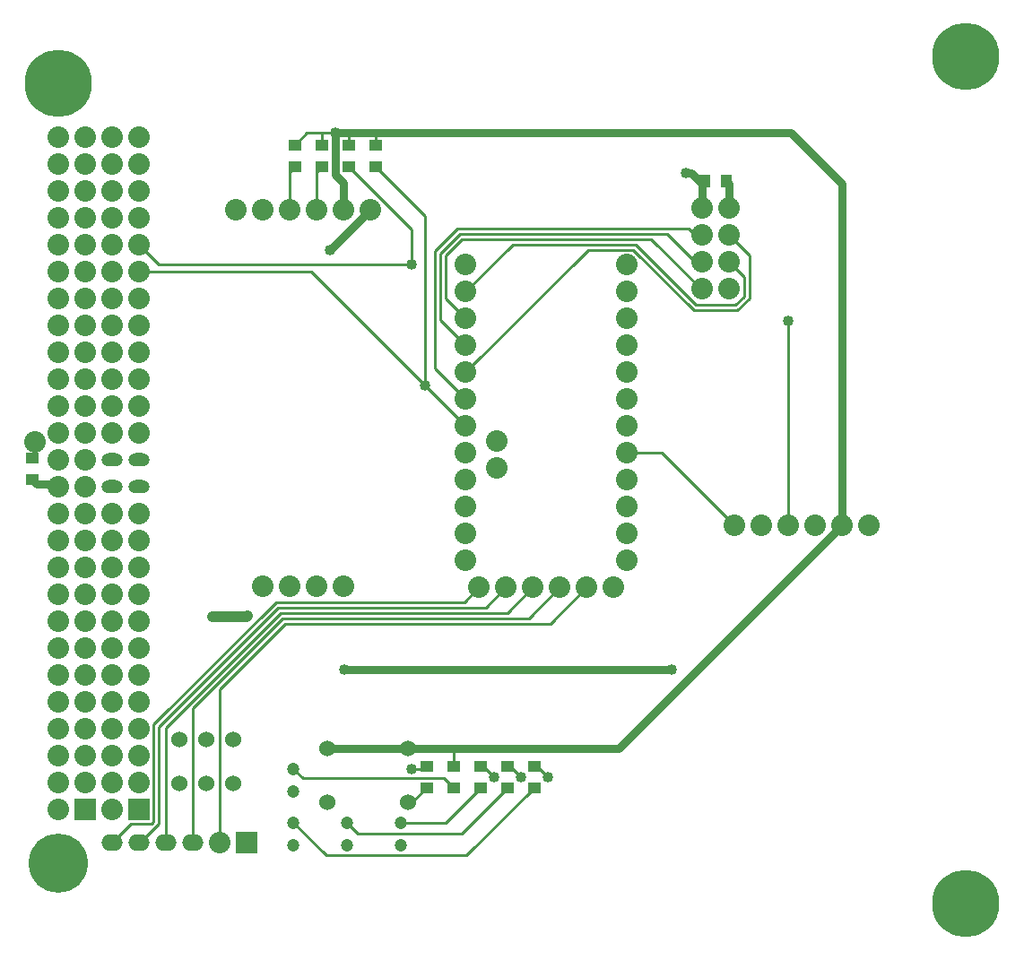
<source format=gtl>
G04 Layer_Physical_Order=1*
G04 Layer_Color=255*
%FSLAX25Y25*%
%MOIN*%
G70*
G01*
G75*
%ADD10R,0.05000X0.04000*%
%ADD11R,0.04000X0.05000*%
%ADD12C,0.04000*%
%ADD13C,0.03000*%
%ADD14C,0.01000*%
%ADD15C,0.06000*%
%ADD16C,0.04724*%
%ADD17O,0.08000X0.06000*%
%ADD18C,0.08000*%
%ADD19R,0.08000X0.08000*%
%ADD20R,0.08000X0.08000*%
%ADD21O,0.08000X0.05000*%
%ADD22C,0.04000*%
%ADD23C,0.25000*%
%ADD24C,0.22000*%
D10*
X-210500Y71000D02*
D03*
Y63000D02*
D03*
X-180500Y71000D02*
D03*
Y63000D02*
D03*
X-190500Y71000D02*
D03*
Y63000D02*
D03*
X-200500Y71000D02*
D03*
Y63000D02*
D03*
X-220500Y71000D02*
D03*
Y63000D02*
D03*
X-239500Y294000D02*
D03*
Y302000D02*
D03*
X-249500Y294000D02*
D03*
Y302000D02*
D03*
X-269500Y294000D02*
D03*
Y302000D02*
D03*
X-259500Y294000D02*
D03*
Y302000D02*
D03*
X-367000Y185500D02*
D03*
Y177500D02*
D03*
D11*
X-117000Y288500D02*
D03*
X-109000D02*
D03*
D12*
X-287500Y126500D02*
X-287000Y127000D01*
X-300000Y126500D02*
X-287500D01*
D13*
X-122000Y291500D02*
X-118000Y287500D01*
X-124000Y291500D02*
X-122000D01*
X-251000Y107000D02*
X-129500D01*
X-257500Y77500D02*
X-227500D01*
X-254500Y306500D02*
X-249500D01*
X-254500Y290965D02*
Y306500D01*
Y290965D02*
X-251500Y287965D01*
Y278000D02*
Y287965D01*
X-109000Y288500D02*
X-108000Y287500D01*
X-66000Y160500D02*
Y287500D01*
X-85000Y306500D02*
X-66000Y287500D01*
X-239500Y306500D02*
X-85000D01*
X-149000Y77500D02*
X-66000Y160500D01*
X-210500Y77500D02*
X-149000D01*
X-118000Y278500D02*
Y287500D01*
X-227500Y77500D02*
X-210500D01*
X-256500Y263000D02*
X-241500Y278000D01*
X-365500Y176000D02*
X-358500D01*
X-108000Y278500D02*
Y287500D01*
X-249500Y306500D02*
X-239500D01*
X-367000Y177500D02*
X-365500Y176000D01*
D14*
X-273186Y124000D02*
X-174500D01*
X-274015Y126000D02*
X-182500D01*
X-274843Y128000D02*
X-190500D01*
X-275672Y130000D02*
X-198500D01*
X-297500Y99686D02*
X-273186Y124000D01*
X-297500Y42500D02*
Y99686D01*
X-307500Y92515D02*
X-274015Y126000D01*
X-307500Y42500D02*
Y92515D01*
X-317500Y85343D02*
X-274843Y128000D01*
X-317500Y42500D02*
Y85343D01*
X-320000Y85672D02*
X-275672Y130000D01*
X-320000Y49550D02*
Y85672D01*
X-276500Y132000D02*
X-206500D01*
X-322000Y86500D02*
X-276500Y132000D01*
X-322000Y50379D02*
Y86500D01*
X-265000Y306500D02*
X-259500D01*
X-269500Y302000D02*
X-265000Y306500D01*
X-259500D02*
X-254500D01*
X-86000Y160500D02*
Y236500D01*
X-133000Y187500D02*
X-106000Y160500D01*
X-206500Y132000D02*
X-201000Y137500D01*
X-322879Y49500D02*
X-322000Y50379D01*
X-330500Y49500D02*
X-322879D01*
X-337500Y42500D02*
X-330500Y49500D01*
X-327500Y42500D02*
X-327050D01*
X-320000Y49550D01*
X-198500Y130000D02*
X-191000Y137500D01*
X-190500Y128000D02*
X-181000Y137500D01*
X-182500Y126000D02*
X-171000Y137500D01*
X-174500Y124000D02*
X-161000Y137500D01*
X-213500Y245000D02*
X-206000Y237500D01*
X-215500Y237000D02*
X-206000Y227500D01*
X-217500Y219000D02*
X-206000Y207500D01*
X-213500Y245000D02*
Y260843D01*
X-215500Y237000D02*
Y261672D01*
X-217500Y219000D02*
Y262500D01*
X-209000Y271000D01*
X-123000D01*
X-120000Y268000D01*
X-215500Y261672D02*
X-208172Y269000D01*
X-131000D01*
X-120000Y258000D01*
X-213500Y260843D02*
X-207343Y267000D01*
X-108000Y268500D02*
X-100500Y261000D01*
X-108000Y258500D02*
X-102500Y253000D01*
X-100500Y245000D02*
Y261000D01*
X-102500Y245828D02*
Y253000D01*
X-142893Y265000D02*
X-120393Y242500D01*
X-105828D01*
X-102500Y245828D01*
X-105000Y240500D02*
X-100500Y245000D01*
X-143722Y263000D02*
X-121222Y240500D01*
X-105000D01*
X-146000Y187500D02*
X-133000D01*
X-221000Y212500D02*
X-206000Y197500D01*
X-249500Y294000D02*
X-226000Y270500D01*
Y257500D02*
Y270500D01*
X-240000Y293500D02*
X-239000D01*
X-221000Y275500D01*
Y212500D02*
Y275500D01*
X-261500Y278000D02*
Y292000D01*
X-259500Y294000D01*
X-271500Y292000D02*
X-269500Y294000D01*
X-271500Y278000D02*
Y292000D01*
X-227500Y57500D02*
X-226000D01*
X-220500Y63000D01*
X-214000Y66500D02*
X-210500Y63000D01*
X-266500Y66500D02*
X-214000D01*
X-270000Y70000D02*
X-266500Y66500D01*
X-213500Y50000D02*
X-200500Y63000D01*
X-230000Y50000D02*
X-213500D01*
X-207500Y46000D02*
X-190500Y63000D01*
X-246000Y46000D02*
X-207500D01*
X-250000Y50000D02*
X-246000Y46000D01*
X-205630Y37870D02*
X-180500Y63000D01*
X-257870Y37870D02*
X-205630D01*
X-270000Y50000D02*
X-257870Y37870D01*
X-210500Y71000D02*
Y77500D01*
X-226000Y70000D02*
X-221500D01*
X-199500Y71000D02*
X-195500Y67000D01*
X-200500Y71000D02*
X-199500D01*
X-189500D02*
X-185500Y67000D01*
X-190500Y71000D02*
X-189500D01*
X-179500D02*
X-175500Y67000D01*
X-180500Y71000D02*
X-179500D01*
X-327500Y255000D02*
X-263500D01*
X-221000Y212500D01*
X-327500Y265000D02*
X-320000Y257500D01*
X-226000D01*
X-259500Y302000D02*
Y306500D01*
X-249500Y302000D02*
Y306500D01*
X-239500Y302000D02*
Y306500D01*
X-188500Y265000D02*
X-142893D01*
X-206000Y247500D02*
X-188500Y265000D01*
X-207343Y267000D02*
X-137000D01*
X-118500Y248500D01*
X-118000D01*
X-160500Y263000D02*
X-143722D01*
X-206000Y217500D02*
X-160500Y263000D01*
D15*
X-312500Y81000D02*
D03*
X-302500D02*
D03*
X-292500D02*
D03*
X-227500Y77500D02*
D03*
Y57500D02*
D03*
X-257500Y77500D02*
D03*
Y57500D02*
D03*
X-292500Y64700D02*
D03*
X-302500D02*
D03*
X-312500D02*
D03*
D16*
X-270000Y70000D02*
D03*
Y61732D02*
D03*
X-250000Y50000D02*
D03*
Y41732D02*
D03*
X-270000Y50000D02*
D03*
Y41732D02*
D03*
X-230000D02*
D03*
Y50000D02*
D03*
D17*
X-307500Y42500D02*
D03*
X-317500D02*
D03*
X-327500D02*
D03*
X-337500D02*
D03*
D18*
X-297500D02*
D03*
X-337500Y55000D02*
D03*
X-327500Y65000D02*
D03*
X-337500D02*
D03*
X-327500Y75000D02*
D03*
X-337500D02*
D03*
X-327500Y85000D02*
D03*
X-337500D02*
D03*
X-327500Y95000D02*
D03*
X-337500D02*
D03*
X-327500Y105000D02*
D03*
X-337500D02*
D03*
X-327500Y115000D02*
D03*
X-337500D02*
D03*
X-327500Y125000D02*
D03*
X-337500D02*
D03*
X-327500Y135000D02*
D03*
X-337500D02*
D03*
X-327500Y145000D02*
D03*
X-337500D02*
D03*
X-327500Y155000D02*
D03*
X-337500D02*
D03*
X-327500Y165000D02*
D03*
X-337500D02*
D03*
X-327500Y195000D02*
D03*
X-337500D02*
D03*
X-327500Y205000D02*
D03*
X-337500D02*
D03*
X-327500Y215000D02*
D03*
X-337500D02*
D03*
X-327500Y225000D02*
D03*
X-337500D02*
D03*
X-327500Y235000D02*
D03*
X-337500D02*
D03*
X-327500Y245000D02*
D03*
X-337500D02*
D03*
X-327500Y255000D02*
D03*
X-337500D02*
D03*
X-327500Y265000D02*
D03*
X-337500D02*
D03*
X-327500Y275000D02*
D03*
X-337500D02*
D03*
X-327500Y285000D02*
D03*
X-337500D02*
D03*
X-327500Y295000D02*
D03*
X-337500D02*
D03*
Y305000D02*
D03*
X-327500D02*
D03*
X-357500Y55000D02*
D03*
X-347500Y65000D02*
D03*
X-357500D02*
D03*
X-347500Y75000D02*
D03*
X-357500D02*
D03*
X-347500Y85000D02*
D03*
X-357500D02*
D03*
X-347500Y95000D02*
D03*
X-357500D02*
D03*
X-347500Y105000D02*
D03*
X-357500D02*
D03*
X-347500Y115000D02*
D03*
X-357500D02*
D03*
X-347500Y125000D02*
D03*
X-357500D02*
D03*
X-347500Y135000D02*
D03*
X-357500D02*
D03*
X-347500Y145000D02*
D03*
X-357500D02*
D03*
X-347500Y155000D02*
D03*
X-357500D02*
D03*
X-347500Y165000D02*
D03*
X-357500D02*
D03*
X-347500Y175000D02*
D03*
X-357500D02*
D03*
X-347500Y185000D02*
D03*
X-357500D02*
D03*
X-347500Y195000D02*
D03*
X-357500D02*
D03*
X-347500Y205000D02*
D03*
X-357500D02*
D03*
X-347500Y215000D02*
D03*
X-357500D02*
D03*
X-347500Y225000D02*
D03*
X-357500D02*
D03*
X-347500Y235000D02*
D03*
X-357500D02*
D03*
X-347500Y245000D02*
D03*
X-357500D02*
D03*
X-347500Y255000D02*
D03*
X-357500D02*
D03*
X-347500Y265000D02*
D03*
X-357500D02*
D03*
X-347500Y275000D02*
D03*
X-357500D02*
D03*
X-347500Y285000D02*
D03*
X-357500D02*
D03*
X-347500Y295000D02*
D03*
X-357500D02*
D03*
Y305000D02*
D03*
X-347500D02*
D03*
X-291500Y278000D02*
D03*
X-281500D02*
D03*
X-271500D02*
D03*
X-261500D02*
D03*
X-251500D02*
D03*
X-241500D02*
D03*
X-271500Y138000D02*
D03*
X-261500D02*
D03*
X-251500D02*
D03*
X-281500D02*
D03*
X-146000Y147500D02*
D03*
Y157500D02*
D03*
Y167500D02*
D03*
Y177500D02*
D03*
Y187500D02*
D03*
Y197500D02*
D03*
Y207500D02*
D03*
Y217500D02*
D03*
Y227500D02*
D03*
Y237500D02*
D03*
Y247500D02*
D03*
Y257500D02*
D03*
X-206000Y147500D02*
D03*
Y157500D02*
D03*
Y167500D02*
D03*
Y177500D02*
D03*
Y187500D02*
D03*
Y197500D02*
D03*
Y207500D02*
D03*
Y217500D02*
D03*
Y227500D02*
D03*
Y237500D02*
D03*
Y247500D02*
D03*
Y257500D02*
D03*
X-194500Y182000D02*
D03*
Y192000D02*
D03*
X-151000Y137500D02*
D03*
X-161000D02*
D03*
X-171000D02*
D03*
X-181000D02*
D03*
X-191000D02*
D03*
X-201000D02*
D03*
X-118000Y278500D02*
D03*
Y268500D02*
D03*
Y258500D02*
D03*
Y248500D02*
D03*
X-108000D02*
D03*
Y258500D02*
D03*
Y268500D02*
D03*
Y278500D02*
D03*
X-56000Y160500D02*
D03*
X-66000D02*
D03*
X-76000D02*
D03*
X-86000D02*
D03*
X-96000D02*
D03*
X-106000D02*
D03*
X-366000Y191500D02*
D03*
D19*
X-287500Y42500D02*
D03*
D20*
X-327500Y55000D02*
D03*
X-347500D02*
D03*
D21*
X-327500Y175000D02*
D03*
X-337500D02*
D03*
X-327500Y185000D02*
D03*
X-337500D02*
D03*
D22*
X-287000Y127000D02*
D03*
X-300000Y126500D02*
D03*
X-124000Y291500D02*
D03*
X-129500Y107000D02*
D03*
X-251000D02*
D03*
X-350000Y31000D02*
D03*
X-365000D02*
D03*
X-357500Y43500D02*
D03*
X-350000Y39000D02*
D03*
X-357500Y26500D02*
D03*
X-365000Y39000D02*
D03*
X-349500Y320000D02*
D03*
Y330000D02*
D03*
X-365500Y320000D02*
D03*
Y330000D02*
D03*
X-357500Y315500D02*
D03*
Y334500D02*
D03*
X-12000Y330000D02*
D03*
Y340000D02*
D03*
X-28000Y330000D02*
D03*
Y340000D02*
D03*
X-20000Y325500D02*
D03*
Y344500D02*
D03*
X-12000Y15000D02*
D03*
Y25000D02*
D03*
X-28000Y15000D02*
D03*
Y25000D02*
D03*
X-20000Y10500D02*
D03*
Y29500D02*
D03*
X-254500Y306500D02*
D03*
X-86000Y236500D02*
D03*
X-226000Y257500D02*
D03*
X-221000Y212500D02*
D03*
X-226000Y70000D02*
D03*
X-195500Y67000D02*
D03*
X-185500D02*
D03*
X-175500D02*
D03*
X-256500Y263000D02*
D03*
D23*
X-357500Y325000D02*
D03*
X-20000Y20000D02*
D03*
Y335000D02*
D03*
D24*
X-357500Y35000D02*
D03*
M02*

</source>
